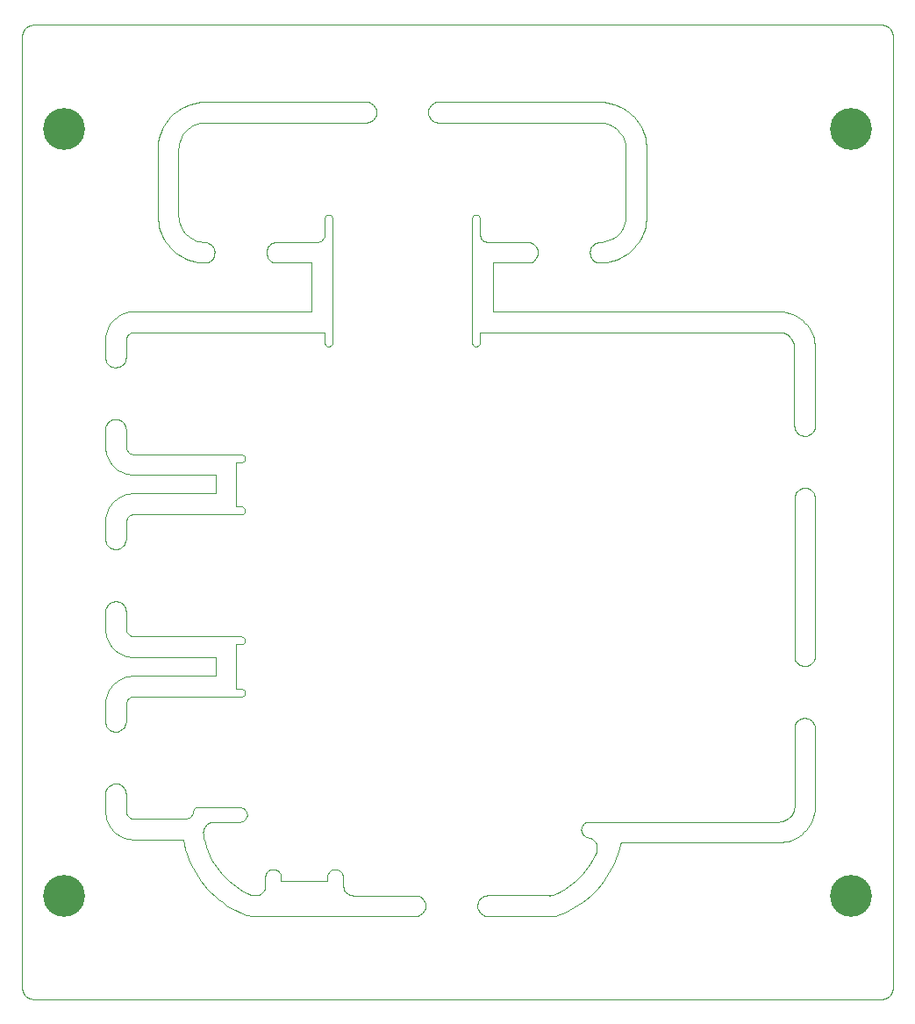
<source format=gko>
*
%FSLAX26Y26*%
%MOIN*%
%ADD10C,0.003937*%
%ADD11C,0.159449*%
%IPPOS*%
%LN052s8c64709a.gko*%
%LPD*%
G75*
G54D10*
X1578807Y3408169D02*
X1572639Y3407296D01*
X1566685Y3405462D01*
X1561095Y3402712D01*
X1556008Y3399116D01*
X1551551Y3394763D01*
X1547837Y3389761D01*
X1544956Y3384238D01*
X1542983Y3378329D01*
X1541965Y3372182D01*
X1541929Y3365953D01*
X1542875Y3359795D01*
X1544779Y3353864D01*
X1547594Y3348306D01*
X1551251Y3343262D01*
X1555656Y3338857D01*
X1560701Y3335202D01*
X1566258Y3332387D01*
X1572190Y3330483D01*
X1578348Y3329538D01*
X1578641Y3329518D01*
X668094Y729062D02*
X823819Y728937D01*
X2933599Y730381D02*
Y1031295D01*
X1708372Y2494294D02*
X1708863Y2490488D01*
X1710303Y2486932D01*
X1712599Y2483857D01*
X1715599Y2481465D01*
X1719108Y2479913D01*
X1722896Y2479302D01*
X1726715Y2479671D01*
X1730316Y2480998D01*
X1733462Y2483195D01*
X1735948Y2486118D01*
X1737611Y2489576D01*
X1738342Y2493343D01*
X1738372Y2494294D01*
X514687Y3230082D02*
X514725Y2974267D01*
X39370Y3700787D02*
X3267717D01*
X3307087Y3661417D02*
Y39370D01*
X3267717Y0D02*
X39370D01*
X0Y39370D02*
Y3661417D01*
X1178371Y2964517D02*
X1177880Y2968323D01*
X1176440Y2971879D01*
X1174145Y2974954D01*
X1171144Y2977346D01*
X1167635Y2978898D01*
X1163847Y2979509D01*
X1160028Y2979140D01*
X1156427Y2977813D01*
X1153281Y2975616D01*
X1150795Y2972693D01*
X1149132Y2969235D01*
X1148401Y2965468D01*
X1148371Y2964517D01*
X314820Y2437601D02*
X315585Y2431413D01*
X317315Y2425422D01*
X319966Y2419779D01*
X323474Y2414624D01*
X327749Y2410085D01*
X332685Y2406276D01*
X338160Y2403291D01*
X344036Y2401206D01*
X350168Y2400073D01*
X356401Y2399919D01*
X362581Y2400748D01*
X368553Y2402541D01*
X374169Y2405251D01*
X379287Y2408812D01*
X383781Y2413134D01*
X387539Y2418110D01*
X390466Y2423615D01*
X392489Y2429513D01*
X393559Y2435656D01*
X393662Y2437007D01*
X393747Y1473399D02*
X392962Y1479580D01*
X391213Y1485559D01*
X388543Y1491188D01*
X385019Y1496327D01*
X380730Y1500845D01*
X375782Y1504631D01*
X370300Y1507591D01*
X364419Y1509649D01*
X358288Y1510755D01*
X352059Y1510881D01*
X345888Y1510023D01*
X339929Y1508204D01*
X334331Y1505469D01*
X329235Y1501885D01*
X324767Y1497544D01*
X321038Y1492552D01*
X318144Y1487035D01*
X316154Y1481131D01*
X315120Y1474987D01*
X314972Y1472045D01*
X848710Y320030D02*
X859177Y317409D01*
X869839Y315754D01*
X880608Y315080D01*
X884063Y315073D01*
X686900Y627462D02*
X690041Y610545D01*
X694146Y593836D01*
X699202Y577390D01*
X705193Y561261D01*
X712098Y545501D01*
X719896Y530163D01*
X728559Y515298D01*
X738061Y500954D01*
X748369Y487177D01*
X759450Y474015D01*
X771268Y461509D01*
X783782Y449701D01*
X796954Y438630D01*
X810738Y428332D01*
X825089Y418841D01*
X839961Y410189D01*
X855305Y402403D01*
X867952Y396788D01*
X1099697Y2612667D02*
X1099735Y2797188D01*
X2933585Y1307130D02*
X2933632Y1300898D01*
X2934660Y1294751D01*
X2936644Y1288843D01*
X2939534Y1283321D01*
X2943258Y1278323D01*
X2947722Y1273975D01*
X2952816Y1270384D01*
X2958412Y1267640D01*
X2964370Y1265812D01*
X2970542Y1264945D01*
X2976773Y1265062D01*
X2982908Y1266159D01*
X2988794Y1268209D01*
X2994283Y1271160D01*
X2999239Y1274939D01*
X3003537Y1279452D01*
X3007071Y1284585D01*
X3009752Y1290212D01*
X3011514Y1296190D01*
X3012311Y1302371D01*
X3012291Y1306621D01*
X424692Y1228175D02*
X414342Y1227775D01*
X404077Y1226392D01*
X393990Y1224039D01*
X384173Y1220738D01*
X374714Y1216517D01*
X365699Y1211417D01*
X357211Y1205481D01*
X349325Y1198766D01*
X342113Y1191331D01*
X335642Y1183244D01*
X329969Y1174578D01*
X325146Y1165412D01*
X321217Y1155828D01*
X318216Y1145915D01*
X316173Y1135761D01*
X315104Y1125458D01*
X314972Y1122237D01*
X2293309Y2975981D02*
X2293373Y3229518D01*
X734422Y1991827D02*
Y1921353D01*
X1738372Y2964517D02*
X1737881Y2968323D01*
X1736441Y2971879D01*
X1734146Y2974954D01*
X1731145Y2977346D01*
X1727636Y2978898D01*
X1723848Y2979509D01*
X1720029Y2979140D01*
X1716428Y2977813D01*
X1713282Y2975616D01*
X1710796Y2972693D01*
X1709133Y2969235D01*
X1708402Y2965468D01*
X1708372Y2964517D01*
X830619Y1347280D02*
X834440Y1347694D01*
X838032Y1349062D01*
X841160Y1351296D01*
X843620Y1354249D01*
X845252Y1357728D01*
X845950Y1361508D01*
X845667Y1365341D01*
X844423Y1368978D01*
X842298Y1372181D01*
X839431Y1374741D01*
X836009Y1376491D01*
X832256Y1377318D01*
X830619Y1377374D01*
X2024601Y315150D02*
X1768588D01*
X593371Y3229518D02*
X593408Y2975930D01*
X867952Y396787D02*
X873914Y394827D01*
X880108Y393823D01*
X886384Y393801D01*
X892586Y394761D01*
X898561Y396680D01*
X904162Y399510D01*
X909251Y403181D01*
X913704Y407604D01*
X917409Y412669D01*
X920277Y418251D01*
X922236Y424213D01*
X923238Y430408D01*
X923371Y433662D01*
X2372057Y3230093D02*
X2371522Y3243357D01*
X2370004Y3256545D01*
X2367510Y3269584D01*
X2364055Y3282402D01*
X2359658Y3294928D01*
X2354342Y3307092D01*
X2348138Y3318828D01*
X2341080Y3330072D01*
X2333206Y3340759D01*
X2324560Y3350833D01*
X2315190Y3360237D01*
X2305147Y3368919D01*
X2294488Y3376831D01*
X2283270Y3383930D01*
X2271556Y3390176D01*
X2259411Y3395535D01*
X2246901Y3399978D01*
X2234096Y3403479D01*
X2221066Y3406019D01*
X2207884Y3407585D01*
X2194621Y3408168D01*
X2194272Y3408170D01*
X1578807D01*
X2933548Y2473664D02*
Y2177911D01*
X1218371Y463662D02*
X1217879Y469074D01*
X1216419Y474308D01*
X1214038Y479193D01*
X1210816Y483568D01*
X1206857Y487290D01*
X1202291Y490237D01*
X1197269Y492312D01*
X1191955Y493447D01*
X1186524Y493605D01*
X1181152Y492781D01*
X1176018Y491001D01*
X1171289Y488324D01*
X1167121Y484838D01*
X1163650Y480658D01*
X1160989Y475919D01*
X1159227Y470779D01*
X1158422Y465405D01*
X1158371Y463662D01*
X393747Y1119262D02*
Y1053226D01*
X734406Y1298647D02*
Y1228173D01*
X610469Y606470D02*
X614356Y587573D01*
X619205Y568899D01*
X625002Y550497D01*
X631732Y532416D01*
X639378Y514702D01*
X647919Y497403D01*
X657334Y480563D01*
X667598Y464226D01*
X678683Y448436D01*
X690561Y433233D01*
X703201Y418657D01*
X716570Y404747D01*
X730632Y391538D01*
X745352Y379065D01*
X760690Y367361D01*
X776606Y356457D01*
X793059Y346381D01*
X810005Y337159D01*
X827401Y328816D01*
X845200Y321373D01*
X848710Y320030D01*
X423747Y1841462D02*
X418335Y1840970D01*
X413101Y1839509D01*
X408216Y1837129D01*
X403841Y1833906D01*
X400119Y1829947D01*
X397172Y1825381D01*
X395097Y1820359D01*
X393962Y1815045D01*
X393747Y1811463D01*
X1787047Y2612678D02*
X2874417D01*
X692471Y3408158D02*
X1307936D01*
X1148371Y2494294D02*
X1148862Y2490488D01*
X1150302Y2486932D01*
X1152598Y2483857D01*
X1155598Y2481465D01*
X1159107Y2479913D01*
X1162895Y2479302D01*
X1166714Y2479671D01*
X1170315Y2480998D01*
X1173461Y2483195D01*
X1175947Y2486118D01*
X1177610Y2489576D01*
X1178341Y2493343D01*
X1178371Y2494294D01*
X314972Y1404388D02*
Y1472045D01*
X964279Y2875941D02*
X1118409Y2875930D01*
X1578641Y3329518D02*
X2193373D01*
X830619Y1179303D02*
X813297Y1179339D01*
X2193881Y2797249D02*
X2207149Y2797789D01*
X2220341Y2799313D01*
X2233383Y2801812D01*
X2246204Y2805272D01*
X2258732Y2809674D01*
X2270899Y2814995D01*
X2282637Y2821204D01*
X2293882Y2828267D01*
X2304572Y2836145D01*
X2314647Y2844795D01*
X2324053Y2854170D01*
X2332736Y2864217D01*
X2340650Y2874880D01*
X2347750Y2886102D01*
X2353998Y2897820D01*
X2359358Y2909969D01*
X2363801Y2922483D01*
X2367304Y2935292D01*
X2369846Y2948326D01*
X2371413Y2961513D01*
X2371993Y2974329D01*
X423836Y2069496D02*
X783320Y2069468D01*
X822835Y673226D02*
X828267Y673520D01*
X833556Y674788D01*
X838531Y676988D01*
X843028Y680049D01*
X846899Y683870D01*
X850019Y688326D01*
X852284Y693271D01*
X853622Y698544D01*
X853906Y700952D01*
X813296Y1347240D02*
X813281Y1179333D01*
X1118409Y2875929D02*
X1123821Y2876422D01*
X1129055Y2877883D01*
X1133940Y2880264D01*
X1138315Y2883487D01*
X1142038Y2887447D01*
X1144984Y2892012D01*
X1147059Y2897035D01*
X1148194Y2902350D01*
X1148409Y2905930D01*
X2933550Y2473664D02*
X2933057Y2481338D01*
X2931587Y2488886D01*
X2929164Y2496184D01*
X2925826Y2503113D01*
X2921631Y2509557D01*
X2916645Y2515412D01*
X2910951Y2520581D01*
X2904644Y2524979D01*
X2897825Y2528534D01*
X2890607Y2531189D01*
X2883110Y2532898D01*
X2875455Y2533634D01*
X2873548Y2533664D01*
X830710Y1841335D02*
X783320Y1841371D01*
X1495357Y315073D02*
X884063D01*
X1148371Y2494294D02*
Y2533664D01*
X593410Y2975930D02*
X593903Y2966012D01*
X595377Y2956191D01*
X597818Y2946566D01*
X601202Y2937230D01*
X605495Y2928275D01*
X610655Y2919790D01*
X616631Y2911859D01*
X623364Y2904560D01*
X630788Y2897965D01*
X638830Y2892138D01*
X647409Y2887138D01*
X656443Y2883014D01*
X665841Y2879805D01*
X675510Y2877545D01*
X685357Y2876255D01*
X693409Y2875930D01*
X393747Y715162D02*
Y780246D01*
X830619Y1149209D02*
X834440Y1149622D01*
X838032Y1150990D01*
X841161Y1153223D01*
X843622Y1156175D01*
X845254Y1159655D01*
X845953Y1163434D01*
X845671Y1167267D01*
X844427Y1170904D01*
X842303Y1174107D01*
X839437Y1176668D01*
X836015Y1178419D01*
X832262Y1179247D01*
X830619Y1179303D01*
X423746Y1377366D02*
X783230Y1377338D01*
X734406Y1228173D02*
X424692D01*
X1218372Y433702D02*
X1218865Y427444D01*
X1220332Y421341D01*
X1222735Y415542D01*
X1226015Y410190D01*
X1230092Y405417D01*
X1234866Y401341D01*
X1240218Y398061D01*
X1246018Y395659D01*
X1252121Y394194D01*
X1258372Y393702D01*
X424775Y2612665D02*
X414383Y2612195D01*
X404082Y2610744D01*
X393964Y2608323D01*
X384122Y2604955D01*
X374642Y2600670D01*
X365611Y2595507D01*
X357109Y2589512D01*
X349213Y2582739D01*
X341995Y2575248D01*
X335518Y2567107D01*
X329841Y2558390D01*
X325014Y2549175D01*
X321083Y2539543D01*
X318081Y2529583D01*
X316035Y2519383D01*
X314965Y2509035D01*
X314820Y2505257D01*
X3012291Y1306621D02*
Y1903827D01*
X734422Y1991827D02*
X424709D01*
X1708372Y2494294D02*
Y2964517D01*
X734422Y1921353D02*
X424709D01*
X1158371Y447246D02*
Y463662D01*
X2150931Y673562D02*
X2153373Y673662D01*
X2873548D01*
X2933586Y1307130D02*
Y1904336D01*
X393717Y2099614D02*
X394206Y2094193D01*
X395662Y2088949D01*
X398040Y2084053D01*
X401260Y2079665D01*
X405218Y2075929D01*
X409784Y2072966D01*
X414809Y2070875D01*
X420129Y2069723D01*
X423836Y2069496D01*
X423747Y1149261D02*
X418335Y1148769D01*
X413101Y1147308D01*
X408216Y1144928D01*
X403841Y1141705D01*
X400119Y1137746D01*
X397172Y1133180D01*
X395097Y1128158D01*
X393962Y1122844D01*
X393747Y1119262D01*
X1767896Y393747D02*
X2003471D01*
X393915Y2163984D02*
X393718Y2099614D01*
X1099735Y2797188D02*
X964114Y2797290D01*
X1218371Y463662D02*
Y433702D01*
X783281Y1149333D02*
X423657D01*
X2003471Y393702D02*
X2009003Y393995D01*
X2014395Y395263D01*
X2015741Y395743D01*
X1787047Y2612678D02*
X1786983Y2797249D01*
X1922604Y2797317D02*
X1928769Y2798216D01*
X1934714Y2800076D01*
X1940293Y2802849D01*
X1945365Y2806467D01*
X1949803Y2810839D01*
X1953496Y2815856D01*
X1956353Y2821392D01*
X1958302Y2827309D01*
X1959294Y2833460D01*
X1959304Y2839689D01*
X1958332Y2845843D01*
X1956402Y2851766D01*
X1953563Y2857312D01*
X1949886Y2862340D01*
X1945462Y2866727D01*
X1940402Y2870361D01*
X1934832Y2873152D01*
X1928892Y2875031D01*
X1922731Y2875950D01*
X1922438Y2875969D01*
X2874905Y595091D02*
X2273714D01*
X1738372Y2964517D02*
X1738308Y2905980D01*
X668094Y729063D02*
X663723Y728572D01*
X659571Y727123D01*
X655844Y724788D01*
X652728Y721684D01*
X650380Y717965D01*
X648916Y713818D01*
X648543Y711669D01*
X3012069Y1031433D02*
X3011142Y1037587D01*
X3009256Y1043518D01*
X3006457Y1049077D01*
X3002817Y1054125D01*
X2998426Y1058535D01*
X2993394Y1062198D01*
X2987847Y1065021D01*
X2981925Y1066933D01*
X2975775Y1067888D01*
X2969551Y1067860D01*
X2963410Y1066850D01*
X2957505Y1064885D01*
X2951984Y1062013D01*
X2946985Y1058305D01*
X2942634Y1053855D01*
X2939039Y1048775D01*
X2936290Y1043191D01*
X2934457Y1037244D01*
X2933599Y1031295D01*
X393749Y1407363D02*
X394240Y1401952D01*
X395700Y1396718D01*
X398079Y1391833D01*
X401301Y1387458D01*
X405259Y1383736D01*
X409824Y1380789D01*
X414846Y1378713D01*
X420159Y1377578D01*
X423747Y1377363D01*
X830619Y1377374D02*
X783230Y1377338D01*
X983371Y463662D02*
X982879Y469074D01*
X981419Y474308D01*
X979038Y479193D01*
X975816Y483568D01*
X971857Y487290D01*
X967291Y490237D01*
X962269Y492312D01*
X956955Y493447D01*
X951524Y493605D01*
X946152Y492781D01*
X941018Y491001D01*
X936289Y488324D01*
X932121Y484838D01*
X928650Y480658D01*
X925989Y475919D01*
X924227Y470779D01*
X923422Y465405D01*
X923371Y463662D01*
X830709Y2039406D02*
X813386Y2039370D01*
X1258372Y393702D02*
X1495824D01*
X1786983Y2797249D02*
X1922604Y2797318D01*
X393662Y2437007D02*
Y2503262D01*
X393912Y2163984D02*
X393342Y2170194D01*
X391802Y2176236D01*
X389329Y2181961D01*
X385986Y2187225D01*
X381856Y2191897D01*
X377041Y2195860D01*
X371663Y2199016D01*
X365855Y2201286D01*
X359762Y2202613D01*
X353536Y2202964D01*
X347332Y2202330D01*
X341306Y2200728D01*
X335607Y2198196D01*
X330377Y2194799D01*
X325748Y2190621D01*
X321834Y2185766D01*
X318734Y2180356D01*
X316524Y2174525D01*
X315260Y2168418D01*
X314989Y2165225D01*
X393747Y1407363D02*
Y1473399D01*
X734406Y1298647D02*
X424692D01*
X2873548Y673661D02*
X2881232Y674154D01*
X2888790Y675625D01*
X2896098Y678050D01*
X2903037Y681388D01*
X2909493Y685585D01*
X2915359Y690572D01*
X2920540Y696268D01*
X2924952Y702579D01*
X2928520Y709402D01*
X2931189Y716625D01*
X2932912Y724129D01*
X2933599Y730381D01*
X1099697Y2612667D02*
X424775D01*
X423747Y2533663D02*
X418327Y2533171D01*
X413085Y2531710D01*
X408192Y2529329D01*
X403807Y2526106D01*
X400075Y2522145D01*
X397117Y2517578D01*
X395031Y2512552D01*
X393883Y2507232D01*
X393662Y2503262D01*
X1495357Y315073D02*
X1501519Y316001D01*
X1507458Y317889D01*
X1513026Y320688D01*
X1518082Y324330D01*
X1522502Y328723D01*
X1526175Y333758D01*
X1529008Y339308D01*
X1530932Y345236D01*
X1531898Y351392D01*
X1531881Y357624D01*
X1530884Y363775D01*
X1528929Y369693D01*
X1526066Y375228D01*
X1522368Y380243D01*
X1517925Y384613D01*
X1512849Y388229D01*
X1507267Y390999D01*
X1501318Y392856D01*
X1495824Y393702D01*
X1148371Y2533664D02*
X423747D01*
X964279Y2875941D02*
X958111Y2875068D01*
X952157Y2873234D01*
X946567Y2870484D01*
X941480Y2866888D01*
X937023Y2862535D01*
X933309Y2857534D01*
X930428Y2852010D01*
X928455Y2846101D01*
X927437Y2839955D01*
X927401Y2833725D01*
X928346Y2827567D01*
X930251Y2821636D01*
X933066Y2816079D01*
X936723Y2811034D01*
X941128Y2806630D01*
X946173Y2802974D01*
X951730Y2800159D01*
X957662Y2798256D01*
X963820Y2797310D01*
X964114Y2797290D01*
X692836Y2797188D02*
X699018Y2797972D01*
X705000Y2799720D01*
X710631Y2802388D01*
X715772Y2805911D01*
X720294Y2810199D01*
X724083Y2815146D01*
X727046Y2820629D01*
X729108Y2826509D01*
X730218Y2832642D01*
X730347Y2838872D01*
X729494Y2845045D01*
X727678Y2851006D01*
X724946Y2856607D01*
X721366Y2861708D01*
X717026Y2866181D01*
X712037Y2869914D01*
X706521Y2872815D01*
X700617Y2874810D01*
X694473Y2875850D01*
X693409Y2875930D01*
X3012292Y1903827D02*
X3011599Y1910016D01*
X3009938Y1916019D01*
X3007352Y1921685D01*
X3003906Y1926872D01*
X2999684Y1931451D01*
X2994794Y1935308D01*
X2989356Y1938345D01*
X2983508Y1940487D01*
X2977396Y1941681D01*
X2971171Y1941895D01*
X2964991Y1941126D01*
X2959009Y1939392D01*
X2953375Y1936737D01*
X2948230Y1933227D01*
X2943703Y1928950D01*
X2939907Y1924013D01*
X2936937Y1918539D01*
X2934866Y1912665D01*
X2933748Y1906538D01*
X2933586Y1904336D01*
X393746Y780246D02*
X393090Y786441D01*
X391465Y792455D01*
X388913Y798138D01*
X385497Y803348D01*
X381303Y807955D01*
X376435Y811843D01*
X371016Y814915D01*
X365180Y817094D01*
X359073Y818327D01*
X352849Y818582D01*
X346662Y817852D01*
X340667Y816157D01*
X335014Y813538D01*
X329845Y810061D01*
X325288Y805813D01*
X321458Y800899D01*
X318450Y795444D01*
X316340Y789582D01*
X315180Y783461D01*
X314970Y780490D01*
X1738372Y2533664D02*
Y2494294D01*
X314972Y1122237D02*
Y1054580D01*
X2180619Y559060D02*
X2182555Y565031D01*
X2183533Y571230D01*
X2183528Y577507D01*
X2182543Y583705D01*
X2180599Y589673D01*
X2177746Y595264D01*
X2174053Y600339D01*
X2169612Y604774D01*
X2164532Y608460D01*
X2158937Y611305D01*
X2152967Y613241D01*
X2149208Y613952D01*
X1178371Y2964517D02*
Y2494294D01*
X813386Y2039370D02*
X813371Y1871463D01*
X1768308Y2875980D02*
X1922438Y2875969D01*
X830710Y1841338D02*
X834531Y1841751D01*
X838123Y1843119D01*
X841252Y1845352D01*
X843713Y1848304D01*
X845346Y1851784D01*
X846044Y1855563D01*
X845762Y1859397D01*
X844519Y1863033D01*
X842395Y1866237D01*
X839528Y1868798D01*
X836107Y1870549D01*
X832354Y1871377D01*
X830710Y1871433D01*
X2873548Y2533664D02*
X1738372D01*
X853907Y700953D02*
X852999Y706339D01*
X851140Y711474D01*
X848389Y716193D01*
X844836Y720341D01*
X840596Y723783D01*
X835807Y726409D01*
X830624Y728133D01*
X825216Y728899D01*
X823819Y728937D01*
X2293373Y3229518D02*
X2292879Y3239437D01*
X2291404Y3249257D01*
X2288963Y3258883D01*
X2285578Y3268220D01*
X2281285Y3277174D01*
X2276124Y3285659D01*
X2270147Y3293590D01*
X2263413Y3300889D01*
X2255989Y3307484D01*
X2247947Y3313311D01*
X2239367Y3318311D01*
X2230333Y3322435D01*
X2220934Y3325643D01*
X2211264Y3327903D01*
X2201418Y3329193D01*
X2193373Y3329518D01*
X830619Y1149205D02*
X783230Y1149241D01*
X314989Y1747760D02*
X315562Y1741556D01*
X317105Y1735520D01*
X319580Y1729802D01*
X322926Y1724547D01*
X327057Y1719883D01*
X331872Y1715930D01*
X337250Y1712784D01*
X343057Y1710525D01*
X349147Y1709210D01*
X355368Y1708871D01*
X361564Y1709516D01*
X367582Y1711130D01*
X373270Y1713672D01*
X378487Y1717078D01*
X383101Y1721264D01*
X386998Y1726125D01*
X390081Y1731539D01*
X392271Y1737372D01*
X393516Y1743477D01*
X393764Y1746406D01*
X830709Y2039409D02*
X834530Y2039823D01*
X838122Y2041191D01*
X841250Y2043425D01*
X843711Y2046378D01*
X845343Y2049858D01*
X846040Y2053637D01*
X845758Y2057471D01*
X844513Y2061107D01*
X842389Y2064310D01*
X839522Y2066870D01*
X836100Y2068621D01*
X832346Y2069448D01*
X830709Y2069504D01*
X314989Y1815417D02*
Y1747760D01*
X2015741Y395744D02*
X2031493Y402613D01*
X2046825Y410375D01*
X2061686Y419003D01*
X2076027Y428471D01*
X2089801Y438746D01*
X2102963Y449795D01*
X2115469Y461580D01*
X2127278Y474065D01*
X2138351Y487206D01*
X2148652Y500961D01*
X2158146Y515285D01*
X2166802Y530130D01*
X2174592Y545447D01*
X2180620Y559059D01*
X314973Y1404388D02*
X315736Y1394068D01*
X317477Y1383868D01*
X320182Y1373879D01*
X323825Y1364194D01*
X328374Y1354899D01*
X333787Y1346079D01*
X340014Y1337815D01*
X347001Y1330181D01*
X354682Y1323247D01*
X362988Y1317076D01*
X371844Y1311724D01*
X381170Y1307238D01*
X390880Y1303661D01*
X400887Y1301025D01*
X411099Y1299353D01*
X421424Y1298661D01*
X424692Y1298647D01*
X424709Y1921355D02*
X414359Y1920955D01*
X404094Y1919572D01*
X394007Y1917219D01*
X384190Y1913918D01*
X374731Y1909698D01*
X365716Y1904597D01*
X357228Y1898662D01*
X349342Y1891947D01*
X342131Y1884512D01*
X335659Y1876425D01*
X329986Y1867759D01*
X325163Y1858593D01*
X321234Y1849010D01*
X318233Y1839096D01*
X316190Y1828942D01*
X315121Y1818640D01*
X314989Y1815417D01*
X693371Y3329519D02*
X683453Y3329026D01*
X673633Y3327552D01*
X664007Y3325112D01*
X654671Y3321728D01*
X645716Y3317436D01*
X637232Y3312276D01*
X629301Y3306300D01*
X622002Y3299567D01*
X615406Y3292144D01*
X609580Y3284102D01*
X604579Y3275523D01*
X600455Y3266490D01*
X597246Y3257092D01*
X594986Y3247422D01*
X593696Y3237576D01*
X593371Y3229518D01*
X983371Y463662D02*
Y447246D01*
X1158371D01*
X830709Y2069504D02*
X783320Y2069468D01*
X830619Y1347276D02*
X813296Y1347240D01*
X314970Y715407D02*
X315447Y705061D01*
X316906Y694807D01*
X319334Y684738D01*
X322708Y674946D01*
X326999Y665520D01*
X332167Y656544D01*
X338164Y648100D01*
X344938Y640265D01*
X352427Y633110D01*
X360561Y626700D01*
X369269Y621092D01*
X378471Y616338D01*
X388083Y612481D01*
X398018Y609555D01*
X408187Y607588D01*
X418496Y606596D01*
X423578Y606470D01*
X3012097Y2474538D02*
X3012336Y2178785D01*
X1148409Y2905930D02*
X1148371Y2964517D01*
X726378Y673225D02*
X720144Y672778D01*
X714058Y671358D01*
X708270Y668999D01*
X702925Y665760D01*
X698155Y661721D01*
X694079Y656983D01*
X690798Y651664D01*
X688393Y645895D01*
X686924Y639821D01*
X686427Y633590D01*
X686900Y627462D01*
X393749Y715162D02*
X394240Y709751D01*
X395700Y704517D01*
X398079Y699632D01*
X401301Y695257D01*
X405259Y691535D01*
X409824Y688588D01*
X414846Y686512D01*
X420159Y685377D01*
X423747Y685162D01*
X314989Y2097568D02*
Y2165225D01*
X514726Y2974267D02*
X515343Y2961002D01*
X516943Y2947820D01*
X519517Y2934793D01*
X523051Y2921993D01*
X527526Y2909490D01*
X532917Y2897354D01*
X539193Y2885652D01*
X546321Y2874448D01*
X554262Y2863805D01*
X562970Y2853780D01*
X572399Y2844429D01*
X582496Y2835804D01*
X593205Y2827953D01*
X604467Y2820918D01*
X616221Y2814739D01*
X628401Y2809449D01*
X640940Y2805078D01*
X653769Y2801650D01*
X666818Y2799184D01*
X680013Y2797694D01*
X692836Y2797188D01*
X2193309Y2875982D02*
X2203227Y2876475D01*
X2213047Y2877948D01*
X2222673Y2880389D01*
X2232009Y2883772D01*
X2240963Y2888065D01*
X2249448Y2893224D01*
X2257379Y2899200D01*
X2264678Y2905932D01*
X2271274Y2913356D01*
X2277100Y2921397D01*
X2282100Y2929977D01*
X2286225Y2939010D01*
X2289434Y2948407D01*
X2291694Y2958077D01*
X2292984Y2967923D01*
X2293309Y2975981D01*
X1767896Y393747D02*
X1761705Y393131D01*
X1755689Y391546D01*
X1749998Y389032D01*
X1744775Y385650D01*
X1740151Y381488D01*
X1736242Y376647D01*
X1733146Y371250D01*
X1730941Y365433D01*
X1729681Y359340D01*
X1729398Y353125D01*
X1730100Y346943D01*
X1731768Y340949D01*
X1734361Y335294D01*
X1737815Y330119D01*
X1742041Y325553D01*
X1746936Y321712D01*
X1752375Y318691D01*
X1758222Y316566D01*
X1764332Y315391D01*
X1768588Y315150D01*
X314970Y715407D02*
Y780490D01*
X1308102Y3329507D02*
X693371D01*
X314820Y2505257D02*
Y2437601D01*
X2193309Y2875979D02*
X2187139Y2875106D01*
X2181184Y2873271D01*
X2175593Y2870521D01*
X2170504Y2866924D01*
X2166046Y2862570D01*
X2162330Y2857569D01*
X2159447Y2852044D01*
X2157472Y2846134D01*
X2156452Y2839987D01*
X2156414Y2833756D01*
X2157358Y2827596D01*
X2159261Y2821663D01*
X2162074Y2816103D01*
X2165729Y2811056D01*
X2170133Y2806648D01*
X2175177Y2802989D01*
X2180734Y2800170D01*
X2186666Y2798262D01*
X2192825Y2797313D01*
X2193881Y2797249D01*
X692471Y3408159D02*
X679207Y3407602D01*
X666022Y3406062D01*
X652987Y3403546D01*
X640175Y3400070D01*
X627657Y3395652D01*
X615501Y3390316D01*
X603775Y3384093D01*
X592543Y3377016D01*
X581868Y3369124D01*
X571809Y3360461D01*
X562420Y3351076D01*
X553755Y3341019D01*
X545860Y3330346D01*
X538780Y3319117D01*
X532553Y3307392D01*
X527214Y3295238D01*
X522792Y3282721D01*
X519312Y3269910D01*
X516793Y3256876D01*
X515249Y3243691D01*
X514688Y3230427D01*
X514687Y3230082D01*
X314988Y2097568D02*
X315750Y2087248D01*
X317491Y2077048D01*
X320196Y2067060D01*
X323839Y2057374D01*
X328387Y2048079D01*
X333800Y2039260D01*
X340027Y2030996D01*
X347013Y2023362D01*
X354694Y2016428D01*
X363001Y2010256D01*
X371857Y2004904D01*
X381182Y2000419D01*
X390892Y1996841D01*
X400899Y1994205D01*
X411110Y1992533D01*
X421435Y1991841D01*
X424709Y1991827D01*
X1738307Y2905980D02*
X1738799Y2900568D01*
X1740259Y2895334D01*
X1742640Y2890450D01*
X1745862Y2886074D01*
X1749821Y2882352D01*
X1754387Y2879405D01*
X1759409Y2877330D01*
X1764723Y2876195D01*
X1768308Y2875980D01*
X822835Y673228D02*
X726378D01*
X3012096Y2474538D02*
X3011529Y2486234D01*
X3009980Y2497842D01*
X3007459Y2509277D01*
X3003985Y2520461D01*
X2999582Y2531312D01*
X2994281Y2541753D01*
X2988121Y2551712D01*
X2981144Y2561117D01*
X2973401Y2569902D01*
X2964945Y2578004D01*
X2955838Y2585365D01*
X2946144Y2591934D01*
X2935931Y2597663D01*
X2925273Y2602513D01*
X2914244Y2606449D01*
X2902922Y2609443D01*
X2891389Y2611473D01*
X2879727Y2612525D01*
X2874417Y2612678D01*
X423747Y685162D02*
X618747D01*
X393747Y1811463D02*
X393764Y1746406D01*
X2372056Y3230093D02*
X2371993Y2974329D01*
X314972Y1054580D02*
X315544Y1048376D01*
X317087Y1042340D01*
X319562Y1036622D01*
X322906Y1031366D01*
X327038Y1026702D01*
X331852Y1022748D01*
X337230Y1019602D01*
X343036Y1017343D01*
X349126Y1016027D01*
X355347Y1015687D01*
X361543Y1016331D01*
X367561Y1017944D01*
X373250Y1020486D01*
X378466Y1023892D01*
X383081Y1028077D01*
X386979Y1032938D01*
X390062Y1038352D01*
X392253Y1044184D01*
X393498Y1050289D01*
X393747Y1053226D01*
X1308102Y3329506D02*
X1314267Y3330406D01*
X1320212Y3332265D01*
X1325791Y3335039D01*
X1330862Y3338657D01*
X1335300Y3343029D01*
X1338993Y3348046D01*
X1341850Y3353583D01*
X1343798Y3359500D01*
X1344790Y3365651D01*
X1344799Y3371880D01*
X1343827Y3378034D01*
X1341897Y3383957D01*
X1339058Y3389503D01*
X1335380Y3394531D01*
X1330956Y3398917D01*
X1325896Y3402551D01*
X1320326Y3405342D01*
X1314386Y3407220D01*
X1308225Y3408139D01*
X1307936Y3408158D01*
X610470Y606470D02*
X423578D01*
X3012066Y730519D02*
Y1031432D01*
X923371Y433662D02*
Y463662D01*
X618747Y685163D02*
X624159Y685655D01*
X629393Y687115D01*
X634277Y689495D01*
X638653Y692718D01*
X642375Y696676D01*
X645322Y701242D01*
X647397Y706264D01*
X648532Y711578D01*
X648543Y711669D01*
X2024601Y315150D02*
X2042750Y321808D01*
X2060536Y329384D01*
X2077911Y337857D01*
X2094832Y347206D01*
X2111254Y357406D01*
X2127134Y368431D01*
X2142431Y380252D01*
X2157104Y392838D01*
X2171116Y406156D01*
X2184431Y420172D01*
X2197013Y434848D01*
X2208829Y450148D01*
X2219850Y466031D01*
X2230046Y482456D01*
X2239390Y499379D01*
X2247859Y516757D01*
X2255430Y534545D01*
X2262083Y552695D01*
X2267802Y571162D01*
X2272570Y589896D01*
X2273714Y595091D01*
X2150931Y673561D02*
X2145577Y672631D01*
X2140479Y670751D01*
X2135804Y667982D01*
X2131705Y664415D01*
X2128316Y660167D01*
X2125750Y655377D01*
X2124089Y650203D01*
X2123389Y644815D01*
X2123673Y639388D01*
X2124931Y634102D01*
X2127122Y629130D01*
X2130174Y624634D01*
X2133987Y620762D01*
X2138435Y617642D01*
X2143374Y615375D01*
X2148640Y614037D01*
X2149207Y613952D01*
X2874905Y595093D02*
X2886581Y595701D01*
X2898164Y597290D01*
X2909571Y599850D01*
X2920723Y603363D01*
X2931538Y607803D01*
X2941941Y613139D01*
X2951857Y619333D01*
X2961215Y626341D01*
X2969950Y634113D01*
X2977998Y642593D01*
X2985303Y651721D01*
X2991813Y661433D01*
X2997481Y671659D01*
X3002266Y682326D01*
X3006136Y693359D01*
X3009061Y704678D01*
X3011022Y716204D01*
X3012005Y727854D01*
X3012091Y730518D01*
X830710Y1871433D02*
X813387Y1871469D01*
X2933547Y2177911D02*
X2934169Y2171713D01*
X2935761Y2165690D01*
X2938282Y2159994D01*
X2941669Y2154766D01*
X2945838Y2150137D01*
X2950684Y2146223D01*
X2956087Y2143122D01*
X2961910Y2140912D01*
X2968010Y2139646D01*
X2974232Y2139358D01*
X2980423Y2140055D01*
X2986426Y2141718D01*
X2992092Y2144307D01*
X2997279Y2147756D01*
X3001857Y2151980D01*
X3005713Y2156872D01*
X3008749Y2162312D01*
X3010890Y2168161D01*
X3012083Y2174275D01*
X3012336Y2178785D01*
X783371Y1841463D02*
X423747D01*
G54D11*
X157497Y3306780D03*
Y393394D03*
X3149623Y3306780D03*
Y393394D03*
G54D10*
X0Y3661417D02*
X492Y3667624D01*
X1957Y3673677D01*
X4358Y3679422D01*
X7635Y3684717D01*
X11706Y3689429D01*
X16469Y3693441D01*
X21804Y3696651D01*
X27580Y3698980D01*
X33650Y3700369D01*
X39370Y3700787D01*
X3267717D02*
X3273924Y3700295D01*
X3279977Y3698830D01*
X3285722Y3696429D01*
X3291017Y3693152D01*
X3295729Y3689081D01*
X3299741Y3684318D01*
X3302951Y3678983D01*
X3305280Y3673207D01*
X3306669Y3667137D01*
X3307087Y3661417D01*
X0Y39370D02*
X492Y33163D01*
X1957Y27110D01*
X4358Y21365D01*
X7635Y16070D01*
X11706Y11358D01*
X16469Y7346D01*
X21804Y4136D01*
X27580Y1807D01*
X33650Y418D01*
X39370Y0D01*
X3267717D02*
X3273924Y492D01*
X3279977Y1957D01*
X3285722Y4358D01*
X3291017Y7635D01*
X3295729Y11706D01*
X3299741Y16469D01*
X3302951Y21804D01*
X3305280Y27580D01*
X3306669Y33650D01*
X3307087Y39370D01*
M02*

</source>
